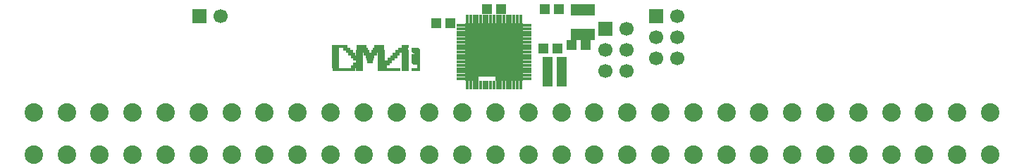
<source format=gbr>
G04 DipTrace 3.0.0.2*
G04 TopMask.gbr*
%MOIN*%
G04 #@! TF.FileFunction,Soldermask,Top*
G04 #@! TF.Part,Single*
%AMOUTLINE1*
4,1,13,
-0.072063,-0.129937,
-0.072063,-0.136717,
-0.136717,-0.136717,
-0.136717,0.136717,
0.136717,0.136717,
0.136717,-0.136717,
0.008063,-0.136717,
0.008063,-0.116262,
0.116262,-0.116262,
0.116262,0.116262,
-0.116262,0.116262,
-0.116262,-0.116262,
-0.072063,-0.116262,
-0.072063,-0.129937,
0*%
%AMOUTLINE4*
4,1,6,
0.018937,-0.015937,
0.018937,0.015937,
0.005063,0.015937,
0.005063,-0.002063,
-0.018937,-0.002063,
-0.018937,-0.015937,
0.018937,-0.015937,
0*%
%AMOUTLINE7*
4,1,7,
0.018937,-0.012937,
0.018937,0.000937,
0.018937,0.012937,
-0.018937,0.012937,
-0.018937,-0.004631,
-0.010631,-0.012937,
-0.003,-0.012937,
0.018937,-0.012937,
0*%
%AMOUTLINE10*
4,1,8,
0.018937,-0.015937,
0.018937,0.015937,
-0.006937,0.015937,
-0.006937,0.009937,
-0.018937,0.009937,
-0.018937,-0.015937,
-0.005063,-0.015937,
0.006937,-0.015937,
0.018937,-0.015937,
0*%
%AMOUTLINE13*
4,1,8,
0.018937,-0.012937,
0.018937,0.004631,
0.010631,0.012937,
-0.006937,0.012937,
-0.018937,0.012937,
-0.018937,-0.004631,
-0.010631,-0.012937,
0.006937,-0.012937,
0.018937,-0.012937,
0*%
%ADD54R,0.013874X0.013874*%
%ADD56R,0.025874X0.013874*%
%ADD58R,0.043874X0.013874*%
%ADD60R,0.049874X0.013874*%
%ADD62R,0.055874X0.013874*%
%ADD64R,0.073874X0.013874*%
%ADD66R,0.031874X0.013874*%
%ADD68R,0.109874X0.013874*%
%ADD70C,0.066929*%
%ADD72R,0.066929X0.066929*%
%ADD74R,0.114173X0.05315*%
%ADD76R,0.051181X0.047244*%
%ADD78R,0.23622X0.23622*%
%ADD80R,0.041339X0.015748*%
%ADD82R,0.015748X0.041339*%
%ADD84C,0.087874*%
%ADD88OUTLINE1*%
%ADD91OUTLINE4*%
%ADD94OUTLINE7*%
%ADD97OUTLINE10*%
%ADD100OUTLINE13*%
%FSLAX26Y26*%
G04*
G70*
G90*
G75*
G01*
G04 TopMask*
%LPD*%
D84*
X5036701Y675701D3*
X4880701D3*
X4724701D3*
X4568701D3*
X4412701D3*
X4256701D3*
X4100701D3*
X3944701D3*
X3788701D3*
X3632701D3*
X3476701D3*
X3320701D3*
X3164701D3*
X3008701D3*
X2852701D3*
X2696701D3*
X2540701D3*
X2384701D3*
X2228701D3*
X2072701D3*
X1916701D3*
X1760701D3*
X1604701D3*
X1448701D3*
X1292701D3*
X1136701D3*
X980701D3*
X824701D3*
X668701D3*
X512701D3*
X5036701Y475701D3*
X4880701D3*
X4724701D3*
X4568701D3*
X4412701D3*
X4256701D3*
X4100701D3*
X3944701D3*
X3788701D3*
X3632701D3*
X3476701D3*
X3320701D3*
X3164701D3*
X3008701D3*
X2852701D3*
X2696701D3*
X2540701D3*
X2384701D3*
X2228701D3*
X2072701D3*
X1916701D3*
X1760701D3*
X1604701D3*
X1448701D3*
X1292701D3*
X1136701D3*
X980701D3*
X824701D3*
X668701D3*
X512701D3*
D82*
X2563717Y807160D3*
X2579465D3*
X2595213D3*
X2610961D3*
X2626709D3*
X2642457D3*
X2658205D3*
X2673953D3*
X2689701D3*
X2705449D3*
X2721197D3*
X2736945D3*
X2752693D3*
X2768441D3*
X2784189D3*
X2799937D3*
X2815685D3*
D80*
X2845213Y836688D3*
Y852436D3*
Y868184D3*
Y883932D3*
Y899680D3*
Y915428D3*
Y931176D3*
Y946924D3*
Y962672D3*
Y978420D3*
Y994168D3*
Y1009916D3*
Y1025664D3*
Y1041412D3*
Y1057160D3*
Y1072908D3*
Y1088656D3*
D82*
X2815685Y1118184D3*
X2799937D3*
X2784189D3*
X2768441D3*
X2752693D3*
X2736945D3*
X2721197D3*
X2705449D3*
X2689701D3*
X2673953D3*
X2658205D3*
X2642457D3*
X2626709D3*
X2610961D3*
X2595213D3*
X2579465D3*
X2563717D3*
D80*
X2534189Y1088656D3*
Y1072908D3*
Y1057160D3*
Y1041412D3*
Y1025664D3*
Y1009916D3*
Y994168D3*
Y978420D3*
Y962672D3*
Y946924D3*
Y931176D3*
Y915428D3*
Y899680D3*
Y883932D3*
Y868184D3*
Y852436D3*
Y836688D3*
D78*
X2689701Y962672D3*
D88*
D3*
D76*
X2656701Y1165672D3*
X2723630D3*
X2991701Y978672D3*
X2924772D3*
X3009701Y868672D3*
X2942772D3*
X3010701Y914672D3*
X2943772D3*
X2416701Y1099672D3*
X2483630D3*
X2929701Y1166672D3*
X2996630D3*
X3056701Y996672D3*
X3123630D3*
D74*
X3111701Y1045672D3*
Y1163782D3*
D72*
X3457701Y1132672D3*
D70*
X3557701D3*
X3457701Y1032672D3*
X3557701D3*
X3457701Y932672D3*
X3557701D3*
D72*
X3217701Y1072672D3*
D70*
X3317701D3*
X3217701Y972672D3*
X3317701D3*
X3217701Y872672D3*
X3317701D3*
D72*
X1295701Y1132701D3*
D70*
X1395701D3*
D76*
X2942701Y822672D3*
X3009630D3*
D68*
X1978701Y880701D3*
D66*
X1939701Y892701D3*
Y928701D3*
Y940701D3*
Y904701D3*
Y916701D3*
Y952701D3*
Y964701D3*
X2005701D3*
X2017701Y952701D3*
X1939701Y976701D3*
D64*
X1960701Y988701D3*
D66*
X2029701Y940701D3*
X2041701Y928701D3*
X2053701Y916701D3*
X2041701Y904701D3*
X2029701Y892701D3*
X2053701Y880701D3*
Y952701D3*
Y964701D3*
D62*
X2065701Y976701D3*
D60*
X2062701Y988701D3*
D66*
X2083701Y964701D3*
X2089701Y952701D3*
D58*
X2104701Y940701D3*
D66*
X2155701Y952701D3*
Y964701D3*
D60*
X2146701Y988701D3*
D62*
X2143701Y976701D3*
D66*
X2104701Y928701D3*
X2119701Y952701D3*
X2125701Y964701D3*
D56*
X2104701Y916701D3*
D66*
X2179701Y904701D3*
X2191701Y916701D3*
X2203701Y928701D3*
X2215701Y940701D3*
D68*
X2194701Y880701D3*
D66*
X2167701Y892701D3*
X2269701Y880701D3*
Y892701D3*
Y928701D3*
Y940701D3*
Y904701D3*
Y916701D3*
Y952701D3*
Y964701D3*
X2155701Y940701D3*
X2269701Y988701D3*
X2239701Y964701D3*
X2227701Y952701D3*
D60*
X2260701Y976701D3*
D66*
X2155701Y928701D3*
Y916701D3*
D56*
X2152701Y904701D3*
D54*
X2146701Y892701D3*
D66*
X1993701Y976701D3*
D54*
X2062701Y904701D3*
D56*
X2056701Y892701D3*
Y940701D3*
D54*
X2062701Y928701D3*
D91*
X2320701Y889701D3*
D94*
Y916701D3*
D97*
Y943701D3*
D100*
Y970701D3*
M02*

</source>
